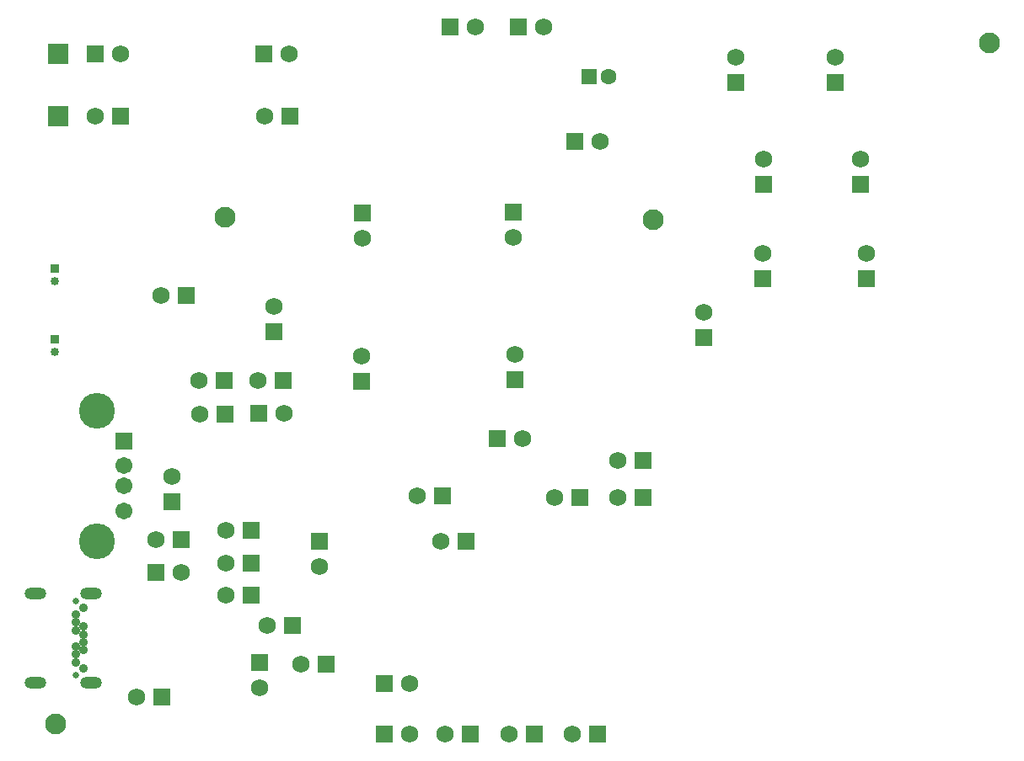
<source format=gbr>
%TF.GenerationSoftware,KiCad,Pcbnew,7.0.6-0*%
%TF.CreationDate,2024-11-22T11:46:18-08:00*%
%TF.ProjectId,OuterBoard_rev2.1,4f757465-7242-46f6-9172-645f72657632,rev?*%
%TF.SameCoordinates,Original*%
%TF.FileFunction,Soldermask,Bot*%
%TF.FilePolarity,Negative*%
%FSLAX46Y46*%
G04 Gerber Fmt 4.6, Leading zero omitted, Abs format (unit mm)*
G04 Created by KiCad (PCBNEW 7.0.6-0) date 2024-11-22 11:46:18*
%MOMM*%
%LPD*%
G01*
G04 APERTURE LIST*
G04 Aperture macros list*
%AMRoundRect*
0 Rectangle with rounded corners*
0 $1 Rounding radius*
0 $2 $3 $4 $5 $6 $7 $8 $9 X,Y pos of 4 corners*
0 Add a 4 corners polygon primitive as box body*
4,1,4,$2,$3,$4,$5,$6,$7,$8,$9,$2,$3,0*
0 Add four circle primitives for the rounded corners*
1,1,$1+$1,$2,$3*
1,1,$1+$1,$4,$5*
1,1,$1+$1,$6,$7*
1,1,$1+$1,$8,$9*
0 Add four rect primitives between the rounded corners*
20,1,$1+$1,$2,$3,$4,$5,0*
20,1,$1+$1,$4,$5,$6,$7,0*
20,1,$1+$1,$6,$7,$8,$9,0*
20,1,$1+$1,$8,$9,$2,$3,0*%
G04 Aperture macros list end*
%ADD10RoundRect,0.102000X-0.765000X-0.765000X0.765000X-0.765000X0.765000X0.765000X-0.765000X0.765000X0*%
%ADD11C,1.734000*%
%ADD12RoundRect,0.102000X0.765000X0.765000X-0.765000X0.765000X-0.765000X-0.765000X0.765000X-0.765000X0*%
%ADD13RoundRect,0.102000X-0.765000X0.765000X-0.765000X-0.765000X0.765000X-0.765000X0.765000X0.765000X0*%
%ADD14C,0.650000*%
%ADD15C,0.904000*%
%ADD16O,2.204000X1.204000*%
%ADD17RoundRect,0.102000X-0.754000X0.754000X-0.754000X-0.754000X0.754000X-0.754000X0.754000X0.754000X0*%
%ADD18C,1.712000*%
%ADD19C,3.600000*%
%ADD20C,2.100000*%
%ADD21RoundRect,0.102000X0.765000X-0.765000X0.765000X0.765000X-0.765000X0.765000X-0.765000X-0.765000X0*%
%ADD22R,2.000000X2.000000*%
%ADD23R,0.850000X0.850000*%
%ADD24C,0.850000*%
%ADD25R,1.600000X1.600000*%
%ADD26C,1.600000*%
G04 APERTURE END LIST*
D10*
%TO.C,J14*%
X97993200Y-89560400D03*
D11*
X95453200Y-89560400D03*
%TD*%
D12*
%TO.C,J27*%
X117881400Y-128574800D03*
D11*
X120421400Y-128574800D03*
%TD*%
D12*
%TO.C,J5*%
X124496900Y-62509400D03*
D11*
X127036900Y-62509400D03*
%TD*%
D13*
%TO.C,J13*%
X96570800Y-110298300D03*
D11*
X96570800Y-107758300D03*
%TD*%
D14*
%TO.C,J42*%
X86941700Y-120277800D03*
X86941700Y-127727800D03*
D15*
X87641700Y-127052800D03*
X86941700Y-126402800D03*
X86941700Y-125602800D03*
X87641700Y-125202800D03*
X86941700Y-124802800D03*
X87641700Y-124402800D03*
X87641700Y-123602800D03*
X86941700Y-123202800D03*
X87641700Y-122802800D03*
X86941700Y-122402800D03*
X86941700Y-121602800D03*
X87641700Y-120952800D03*
D16*
X88441700Y-119502800D03*
X88441700Y-128502800D03*
X82841700Y-119502800D03*
X82841700Y-128502800D03*
%TD*%
D10*
%TO.C,J16*%
X139344400Y-133629400D03*
D11*
X136804400Y-133629400D03*
%TD*%
D17*
%TO.C,J44*%
X91726100Y-104167550D03*
D18*
X91726100Y-106667550D03*
X91726100Y-108667550D03*
X91726100Y-111167550D03*
D19*
X89016100Y-101097550D03*
X89016100Y-114237550D03*
%TD*%
D13*
%TO.C,J22*%
X166293800Y-87805900D03*
D11*
X166293800Y-85265900D03*
%TD*%
D10*
%TO.C,J35*%
X108672700Y-122682000D03*
D11*
X106132700Y-122682000D03*
%TD*%
D10*
%TO.C,J31*%
X126097100Y-114249200D03*
D11*
X123557100Y-114249200D03*
%TD*%
D10*
%TO.C,J9*%
X104495600Y-116433600D03*
D11*
X101955600Y-116433600D03*
%TD*%
D20*
%TO.C,H1*%
X84836000Y-132588000D03*
%TD*%
D21*
%TO.C,J36*%
X111353600Y-114249200D03*
D11*
X111353600Y-116789200D03*
%TD*%
D10*
%TO.C,J15*%
X101854000Y-101498400D03*
D11*
X99314000Y-101498400D03*
%TD*%
D12*
%TO.C,J1*%
X88823800Y-65227200D03*
D11*
X91363800Y-65227200D03*
%TD*%
D12*
%TO.C,J6*%
X131343400Y-62534800D03*
D11*
X133883400Y-62534800D03*
%TD*%
D21*
%TO.C,J38*%
X115722400Y-81229200D03*
D11*
X115722400Y-83769200D03*
%TD*%
D10*
%TO.C,J46*%
X107746800Y-98094800D03*
D11*
X105206800Y-98094800D03*
%TD*%
D13*
%TO.C,J34*%
X149961600Y-93726000D03*
D11*
X149961600Y-91186000D03*
%TD*%
D20*
%TO.C,H2*%
X178714400Y-64160400D03*
%TD*%
D10*
%TO.C,J25*%
X126568200Y-133654800D03*
D11*
X124028200Y-133654800D03*
%TD*%
D12*
%TO.C,J23*%
X136996100Y-74015600D03*
D11*
X139536100Y-74015600D03*
%TD*%
D20*
%TO.C,H3*%
X101904800Y-81635600D03*
%TD*%
D10*
%TO.C,J33*%
X123774200Y-109687400D03*
D11*
X121234200Y-109687400D03*
%TD*%
D10*
%TO.C,J29*%
X143865600Y-109829600D03*
D11*
X141325600Y-109829600D03*
%TD*%
D10*
%TO.C,J43*%
X104495600Y-119634000D03*
D11*
X101955600Y-119634000D03*
%TD*%
D10*
%TO.C,J48*%
X104495600Y-113131600D03*
D11*
X101955600Y-113131600D03*
%TD*%
D12*
%TO.C,J3*%
X105779500Y-65252600D03*
D11*
X108319500Y-65252600D03*
%TD*%
D22*
%TO.C,TP1*%
X85140800Y-65244000D03*
%TD*%
D10*
%TO.C,J2*%
X91389200Y-71450200D03*
D11*
X88849200Y-71450200D03*
%TD*%
D21*
%TO.C,J41*%
X130886200Y-81102200D03*
D11*
X130886200Y-83642200D03*
%TD*%
D10*
%TO.C,J4*%
X108444100Y-71501000D03*
D11*
X105904100Y-71501000D03*
%TD*%
D23*
%TO.C,J7*%
X84785200Y-86801801D03*
D24*
X84785200Y-88051801D03*
%TD*%
D23*
%TO.C,J8*%
X84792401Y-93913801D03*
D24*
X84792401Y-95163801D03*
%TD*%
D21*
%TO.C,J51*%
X105359200Y-126441200D03*
D11*
X105359200Y-128981200D03*
%TD*%
D13*
%TO.C,J39*%
X115646200Y-98196400D03*
D11*
X115646200Y-95656400D03*
%TD*%
D22*
%TO.C,TP2*%
X85166200Y-71450200D03*
%TD*%
D13*
%TO.C,J21*%
X165760400Y-78306300D03*
D11*
X165760400Y-75766300D03*
%TD*%
D10*
%TO.C,J28*%
X143865600Y-106095800D03*
D11*
X141325600Y-106095800D03*
%TD*%
D12*
%TO.C,J26*%
X117881400Y-133654800D03*
D11*
X120421400Y-133654800D03*
%TD*%
D10*
%TO.C,J52*%
X112064800Y-126644400D03*
D11*
X109524800Y-126644400D03*
%TD*%
D12*
%TO.C,J32*%
X129260600Y-103936800D03*
D11*
X131800600Y-103936800D03*
%TD*%
D10*
%TO.C,J24*%
X132943600Y-133629400D03*
D11*
X130403600Y-133629400D03*
%TD*%
D13*
%TO.C,J18*%
X155930600Y-87856700D03*
D11*
X155930600Y-85316700D03*
%TD*%
D13*
%TO.C,J17*%
X153187400Y-68095500D03*
D11*
X153187400Y-65555500D03*
%TD*%
D12*
%TO.C,J45*%
X105257600Y-101346000D03*
D11*
X107797600Y-101346000D03*
%TD*%
D10*
%TO.C,J30*%
X137541000Y-109829600D03*
D11*
X135001000Y-109829600D03*
%TD*%
D10*
%TO.C,J49*%
X97485200Y-114046000D03*
D11*
X94945200Y-114046000D03*
%TD*%
D12*
%TO.C,J50*%
X94945200Y-117398800D03*
D11*
X97485200Y-117398800D03*
%TD*%
D13*
%TO.C,J20*%
X163195000Y-68095500D03*
D11*
X163195000Y-65555500D03*
%TD*%
D25*
%TO.C,C6*%
X138436600Y-67538600D03*
D26*
X140436600Y-67538600D03*
%TD*%
D20*
%TO.C,H4*%
X144881600Y-81940400D03*
%TD*%
D10*
%TO.C,J12*%
X101803200Y-98094800D03*
D11*
X99263200Y-98094800D03*
%TD*%
D13*
%TO.C,J19*%
X156006800Y-78306300D03*
D11*
X156006800Y-75766300D03*
%TD*%
D10*
%TO.C,J47*%
X95504000Y-129946400D03*
D11*
X92964000Y-129946400D03*
%TD*%
D13*
%TO.C,J37*%
X106832400Y-93167200D03*
D11*
X106832400Y-90627200D03*
%TD*%
D13*
%TO.C,J40*%
X131038600Y-98018600D03*
D11*
X131038600Y-95478600D03*
%TD*%
M02*

</source>
